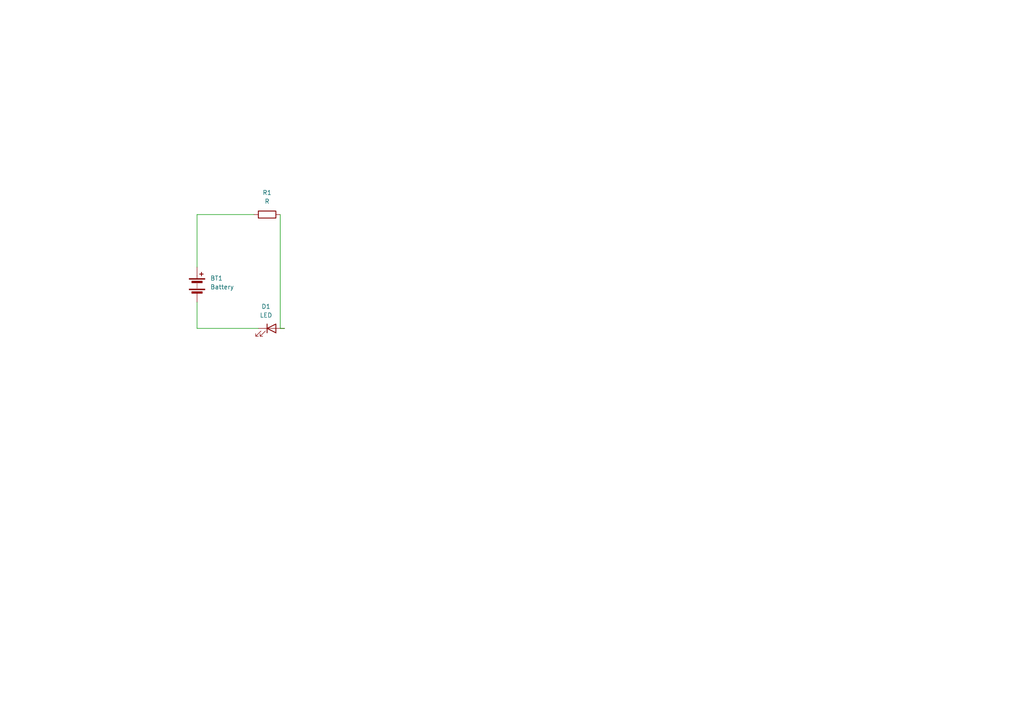
<source format=kicad_sch>
(kicad_sch (version 20231120) (generator "eeschema") (generator_version "8.0")
  (paper "A4")
  (lib_symbols
    (symbol "Device:Battery" (pin_numbers hide) (pin_names (offset 0) hide)
      (property "Reference" "BT" (at 2.54 2.54 0))
      (property "Value" "Battery" (at 2.54 0 0))
      (symbol "Battery_0_1"
        (rectangle (start -2.286 -1.27) (end 2.286 -1.524) (fill (type outline)))
        (rectangle (start -2.286 1.778) (end 2.286 1.524) (fill (type outline)))
        (rectangle (start -1.524 -2.032) (end 1.524 -2.54) (fill (type outline)))
        (rectangle (start -1.524 1.016) (end 1.524 0.508) (fill (type outline)))
        (polyline (pts (xy 0 -1.016) (xy 0 -0.762)))
        (polyline (pts (xy 0 -0.508) (xy 0 -0.254)))
        (polyline (pts (xy 0 0) (xy 0 0.254)))
        (polyline (pts (xy 0 1.778) (xy 0 2.54)))
        (polyline (pts (xy 0.762 3.048) (xy 1.778 3.048)) (stroke (width 0.254)))
        (polyline (pts (xy 1.27 3.556) (xy 1.27 2.54)) (stroke (width 0.254)))
      )
      (symbol "Battery_1_1"
        (pin passive line (at 0 5.08 270) (length 2.54) (name "+") (number "1"))
        (pin passive line (at 0 -5.08 90) (length 2.54) (name "-") (number "2"))
      )
    )
    (symbol "Device:LED" (pin_numbers hide) (pin_names (offset 1.016) hide)
      (property "Reference" "D" (at 0 2.54 0))
      (property "Value" "LED" (at 0 -2.54 0))
      (symbol "LED_0_1"
        (polyline (pts (xy -1.27 -1.27) (xy -1.27 1.27)) (stroke (width 0.254)))
        (polyline (pts (xy -1.27 0) (xy 1.27 0)))
        (polyline (pts (xy 1.27 -1.27) (xy 1.27 1.27) (xy -1.27 0) (xy 1.27 -1.27)) (stroke (width 0.254)))
        (polyline (pts (xy -3.048 -0.762) (xy -4.572 -2.286) (xy -3.81 -2.286) (xy -4.572 -2.286) (xy -4.572 -1.524)))
        (polyline (pts (xy -1.778 -0.762) (xy -3.302 -2.286) (xy -2.54 -2.286) (xy -3.302 -2.286) (xy -3.302 -1.524)))
      )
      (symbol "LED_1_1"
        (pin passive line (at -3.81 0 0) (length 2.54) (name "K") (number "1"))
        (pin passive line (at 3.81 0 180) (length 2.54) (name "A") (number "2"))
      )
    )
    (symbol "Device:R" (pin_numbers hide) (pin_names (offset 0))
      (property "Reference" "R" (at 2.032 0 90))
      (property "Value" "R" (at 0 0 90))
      (symbol "R_0_1"
        (rectangle (start -1.016 -2.54) (end 1.016 2.54) (stroke (width 0.254)))
      )
      (symbol "R_1_1"
        (pin passive line (at 0 3.81 270) (length 1.27) (name "~") (number "1"))
        (pin passive line (at 0 -3.81 90) (length 1.27) (name "~") (number "2"))
      )
    )
  )
  (wire (pts (xy 74.93 95.25) (xy 57.15 95.25)))
  (wire (pts (xy 57.15 95.25) (xy 57.15 87.63)))
  (wire (pts (xy 81.28 95.25) (xy 82.55 95.25)))
  (wire (pts (xy 81.28 62.23) (xy 81.28 95.25)))
  (wire (pts (xy 57.15 77.47) (xy 57.15 62.23)))
  (wire (pts (xy 57.15 62.23) (xy 73.66 62.23)))
  (symbol (lib_id "Device:Battery") (at 57.15 82.55 0) (unit 1)
    (property "Reference" "BT1" (at 60.96 80.7084 0) (effects (justify left)))
    (property "Value" "Battery" (at 60.96 83.2484 0) (effects (justify left)))
    (property "Footprint" "Battery:BatteryHolder_Seiko_MS621F" (effects (hide yes)))
    (property "Description" "Multiple-cell battery" (effects (hide yes)))
  )
  (symbol (lib_id "Device:LED") (at 78.74 95.25 0) (unit 1)
    (property "Reference" "D1" (at 77.1525 88.9 0))
    (property "Value" "LED" (at 77.1525 91.44 0))
    (property "Footprint" "LED_SMD:LED_0805_2012Metric_Pad1.15x1.40mm_HandSolder" (effects (hide yes)))
    (property "Description" "Light emitting diode" (effects (hide yes)))
  )
  (symbol (lib_id "Device:R") (at 77.47 62.23 90) (unit 1)
    (property "Reference" "R1" (at 77.47 55.88 90))
    (property "Value" "R" (at 77.47 58.42 90))
    (property "Description" "Resistor" (effects (hide yes)))
  )
)
</source>
